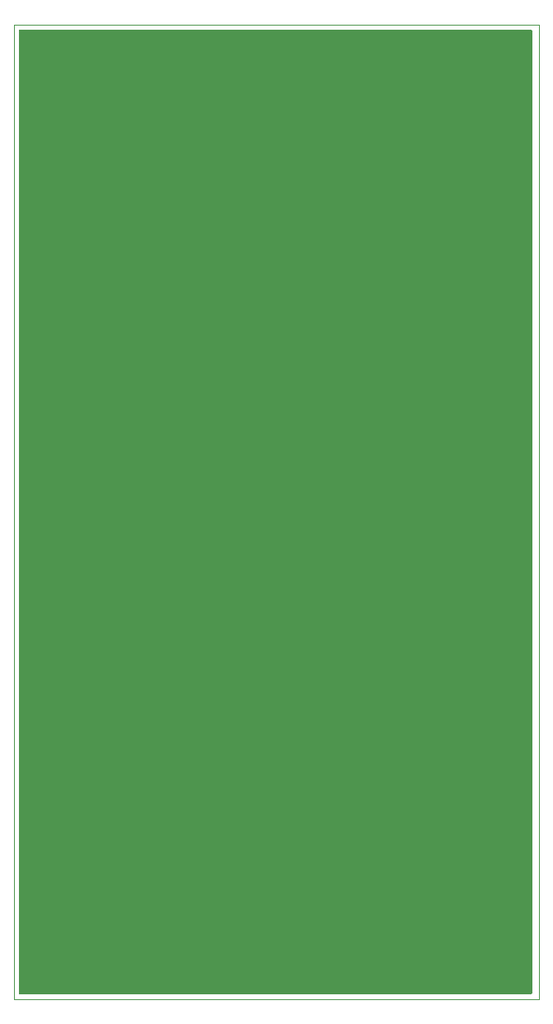
<source format=gbr>
%TF.GenerationSoftware,KiCad,Pcbnew,6.0.10+dfsg-1~bpo11+1*%
%TF.CreationDate,2023-01-22T00:38:30+00:00*%
%TF.ProjectId,cc-19-badge,63632d31-392d-4626-9164-67652e6b6963,rev?*%
%TF.SameCoordinates,Original*%
%TF.FileFunction,Copper,L1,Top*%
%TF.FilePolarity,Positive*%
%FSLAX45Y45*%
G04 Gerber Fmt 4.5, Leading zero omitted, Abs format (unit mm)*
G04 Created by KiCad (PCBNEW 6.0.10+dfsg-1~bpo11+1) date 2023-01-22 00:38:30*
%MOMM*%
%LPD*%
G01*
G04 APERTURE LIST*
%TA.AperFunction,Profile*%
%ADD10C,0.100000*%
%TD*%
G04 APERTURE END LIST*
D10*
X9000000Y-4000000D02*
X14400000Y-4000000D01*
X9000000Y-14000000D02*
X14400000Y-14000000D01*
X14400000Y-4000000D02*
X14400000Y-14000000D01*
X9000000Y-4000000D02*
X9000000Y-14000000D01*
%TA.AperFunction,NonConductor*%
G36*
X14319812Y-4052850D02*
G01*
X14324461Y-4058216D01*
X14325600Y-4063450D01*
X14325600Y-13936550D01*
X14323600Y-13943362D01*
X14318234Y-13948011D01*
X14313000Y-13949150D01*
X9063450Y-13949150D01*
X9056638Y-13947150D01*
X9051989Y-13941784D01*
X9050850Y-13936550D01*
X9050850Y-4063450D01*
X9052850Y-4056638D01*
X9058216Y-4051989D01*
X9063450Y-4050850D01*
X14313000Y-4050850D01*
X14319812Y-4052850D01*
G37*
%TD.AperFunction*%
M02*

</source>
